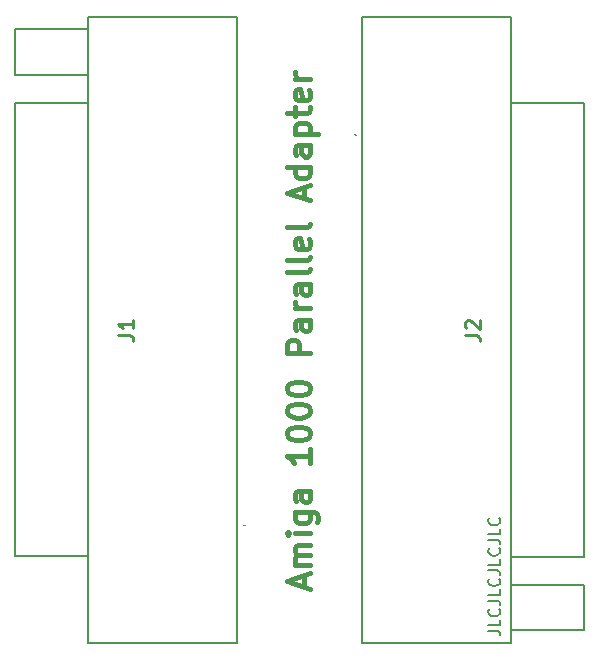
<source format=gbr>
%TF.GenerationSoftware,KiCad,Pcbnew,(5.1.6)-1*%
%TF.CreationDate,2022-02-09T07:41:59-05:00*%
%TF.ProjectId,A1000_Parallel,41313030-305f-4506-9172-616c6c656c2e,rev?*%
%TF.SameCoordinates,Original*%
%TF.FileFunction,Legend,Top*%
%TF.FilePolarity,Positive*%
%FSLAX46Y46*%
G04 Gerber Fmt 4.6, Leading zero omitted, Abs format (unit mm)*
G04 Created by KiCad (PCBNEW (5.1.6)-1) date 2022-02-09 07:41:59*
%MOMM*%
%LPD*%
G01*
G04 APERTURE LIST*
%ADD10C,0.400000*%
%ADD11C,0.150000*%
%ADD12C,0.100000*%
%ADD13C,0.200000*%
%ADD14C,0.254000*%
G04 APERTURE END LIST*
D10*
X124539333Y-117678666D02*
X124539333Y-116726285D01*
X125110761Y-117869142D02*
X123110761Y-117202476D01*
X125110761Y-116535809D01*
X125110761Y-115869142D02*
X123777428Y-115869142D01*
X123967904Y-115869142D02*
X123872666Y-115773904D01*
X123777428Y-115583428D01*
X123777428Y-115297714D01*
X123872666Y-115107238D01*
X124063142Y-115012000D01*
X125110761Y-115012000D01*
X124063142Y-115012000D02*
X123872666Y-114916761D01*
X123777428Y-114726285D01*
X123777428Y-114440571D01*
X123872666Y-114250095D01*
X124063142Y-114154857D01*
X125110761Y-114154857D01*
X125110761Y-113202476D02*
X123777428Y-113202476D01*
X123110761Y-113202476D02*
X123206000Y-113297714D01*
X123301238Y-113202476D01*
X123206000Y-113107238D01*
X123110761Y-113202476D01*
X123301238Y-113202476D01*
X123777428Y-111392952D02*
X125396476Y-111392952D01*
X125586952Y-111488190D01*
X125682190Y-111583428D01*
X125777428Y-111773904D01*
X125777428Y-112059619D01*
X125682190Y-112250095D01*
X125015523Y-111392952D02*
X125110761Y-111583428D01*
X125110761Y-111964380D01*
X125015523Y-112154857D01*
X124920285Y-112250095D01*
X124729809Y-112345333D01*
X124158380Y-112345333D01*
X123967904Y-112250095D01*
X123872666Y-112154857D01*
X123777428Y-111964380D01*
X123777428Y-111583428D01*
X123872666Y-111392952D01*
X125110761Y-109583428D02*
X124063142Y-109583428D01*
X123872666Y-109678666D01*
X123777428Y-109869142D01*
X123777428Y-110250095D01*
X123872666Y-110440571D01*
X125015523Y-109583428D02*
X125110761Y-109773904D01*
X125110761Y-110250095D01*
X125015523Y-110440571D01*
X124825047Y-110535809D01*
X124634571Y-110535809D01*
X124444095Y-110440571D01*
X124348857Y-110250095D01*
X124348857Y-109773904D01*
X124253619Y-109583428D01*
X125110761Y-106059619D02*
X125110761Y-107202476D01*
X125110761Y-106631047D02*
X123110761Y-106631047D01*
X123396476Y-106821523D01*
X123586952Y-107012000D01*
X123682190Y-107202476D01*
X123110761Y-104821523D02*
X123110761Y-104631047D01*
X123206000Y-104440571D01*
X123301238Y-104345333D01*
X123491714Y-104250095D01*
X123872666Y-104154857D01*
X124348857Y-104154857D01*
X124729809Y-104250095D01*
X124920285Y-104345333D01*
X125015523Y-104440571D01*
X125110761Y-104631047D01*
X125110761Y-104821523D01*
X125015523Y-105012000D01*
X124920285Y-105107238D01*
X124729809Y-105202476D01*
X124348857Y-105297714D01*
X123872666Y-105297714D01*
X123491714Y-105202476D01*
X123301238Y-105107238D01*
X123206000Y-105012000D01*
X123110761Y-104821523D01*
X123110761Y-102916761D02*
X123110761Y-102726285D01*
X123206000Y-102535809D01*
X123301238Y-102440571D01*
X123491714Y-102345333D01*
X123872666Y-102250095D01*
X124348857Y-102250095D01*
X124729809Y-102345333D01*
X124920285Y-102440571D01*
X125015523Y-102535809D01*
X125110761Y-102726285D01*
X125110761Y-102916761D01*
X125015523Y-103107238D01*
X124920285Y-103202476D01*
X124729809Y-103297714D01*
X124348857Y-103392952D01*
X123872666Y-103392952D01*
X123491714Y-103297714D01*
X123301238Y-103202476D01*
X123206000Y-103107238D01*
X123110761Y-102916761D01*
X123110761Y-101012000D02*
X123110761Y-100821523D01*
X123206000Y-100631047D01*
X123301238Y-100535809D01*
X123491714Y-100440571D01*
X123872666Y-100345333D01*
X124348857Y-100345333D01*
X124729809Y-100440571D01*
X124920285Y-100535809D01*
X125015523Y-100631047D01*
X125110761Y-100821523D01*
X125110761Y-101012000D01*
X125015523Y-101202476D01*
X124920285Y-101297714D01*
X124729809Y-101392952D01*
X124348857Y-101488190D01*
X123872666Y-101488190D01*
X123491714Y-101392952D01*
X123301238Y-101297714D01*
X123206000Y-101202476D01*
X123110761Y-101012000D01*
X125110761Y-97964380D02*
X123110761Y-97964380D01*
X123110761Y-97202476D01*
X123206000Y-97012000D01*
X123301238Y-96916761D01*
X123491714Y-96821523D01*
X123777428Y-96821523D01*
X123967904Y-96916761D01*
X124063142Y-97012000D01*
X124158380Y-97202476D01*
X124158380Y-97964380D01*
X125110761Y-95107238D02*
X124063142Y-95107238D01*
X123872666Y-95202476D01*
X123777428Y-95392952D01*
X123777428Y-95773904D01*
X123872666Y-95964380D01*
X125015523Y-95107238D02*
X125110761Y-95297714D01*
X125110761Y-95773904D01*
X125015523Y-95964380D01*
X124825047Y-96059619D01*
X124634571Y-96059619D01*
X124444095Y-95964380D01*
X124348857Y-95773904D01*
X124348857Y-95297714D01*
X124253619Y-95107238D01*
X125110761Y-94154857D02*
X123777428Y-94154857D01*
X124158380Y-94154857D02*
X123967904Y-94059619D01*
X123872666Y-93964380D01*
X123777428Y-93773904D01*
X123777428Y-93583428D01*
X125110761Y-92059619D02*
X124063142Y-92059619D01*
X123872666Y-92154857D01*
X123777428Y-92345333D01*
X123777428Y-92726285D01*
X123872666Y-92916761D01*
X125015523Y-92059619D02*
X125110761Y-92250095D01*
X125110761Y-92726285D01*
X125015523Y-92916761D01*
X124825047Y-93012000D01*
X124634571Y-93012000D01*
X124444095Y-92916761D01*
X124348857Y-92726285D01*
X124348857Y-92250095D01*
X124253619Y-92059619D01*
X125110761Y-90821523D02*
X125015523Y-91012000D01*
X124825047Y-91107238D01*
X123110761Y-91107238D01*
X125110761Y-89773904D02*
X125015523Y-89964380D01*
X124825047Y-90059619D01*
X123110761Y-90059619D01*
X125015523Y-88250095D02*
X125110761Y-88440571D01*
X125110761Y-88821523D01*
X125015523Y-89012000D01*
X124825047Y-89107238D01*
X124063142Y-89107238D01*
X123872666Y-89012000D01*
X123777428Y-88821523D01*
X123777428Y-88440571D01*
X123872666Y-88250095D01*
X124063142Y-88154857D01*
X124253619Y-88154857D01*
X124444095Y-89107238D01*
X125110761Y-87012000D02*
X125015523Y-87202476D01*
X124825047Y-87297714D01*
X123110761Y-87297714D01*
X124539333Y-84821523D02*
X124539333Y-83869142D01*
X125110761Y-85012000D02*
X123110761Y-84345333D01*
X125110761Y-83678666D01*
X125110761Y-82154857D02*
X123110761Y-82154857D01*
X125015523Y-82154857D02*
X125110761Y-82345333D01*
X125110761Y-82726285D01*
X125015523Y-82916761D01*
X124920285Y-83012000D01*
X124729809Y-83107238D01*
X124158380Y-83107238D01*
X123967904Y-83012000D01*
X123872666Y-82916761D01*
X123777428Y-82726285D01*
X123777428Y-82345333D01*
X123872666Y-82154857D01*
X125110761Y-80345333D02*
X124063142Y-80345333D01*
X123872666Y-80440571D01*
X123777428Y-80631047D01*
X123777428Y-81012000D01*
X123872666Y-81202476D01*
X125015523Y-80345333D02*
X125110761Y-80535809D01*
X125110761Y-81012000D01*
X125015523Y-81202476D01*
X124825047Y-81297714D01*
X124634571Y-81297714D01*
X124444095Y-81202476D01*
X124348857Y-81012000D01*
X124348857Y-80535809D01*
X124253619Y-80345333D01*
X123777428Y-79392952D02*
X125777428Y-79392952D01*
X123872666Y-79392952D02*
X123777428Y-79202476D01*
X123777428Y-78821523D01*
X123872666Y-78631047D01*
X123967904Y-78535809D01*
X124158380Y-78440571D01*
X124729809Y-78440571D01*
X124920285Y-78535809D01*
X125015523Y-78631047D01*
X125110761Y-78821523D01*
X125110761Y-79202476D01*
X125015523Y-79392952D01*
X123777428Y-77869142D02*
X123777428Y-77107238D01*
X123110761Y-77583428D02*
X124825047Y-77583428D01*
X125015523Y-77488190D01*
X125110761Y-77297714D01*
X125110761Y-77107238D01*
X125015523Y-75678666D02*
X125110761Y-75869142D01*
X125110761Y-76250095D01*
X125015523Y-76440571D01*
X124825047Y-76535809D01*
X124063142Y-76535809D01*
X123872666Y-76440571D01*
X123777428Y-76250095D01*
X123777428Y-75869142D01*
X123872666Y-75678666D01*
X124063142Y-75583428D01*
X124253619Y-75583428D01*
X124444095Y-76535809D01*
X125110761Y-74726285D02*
X123777428Y-74726285D01*
X124158380Y-74726285D02*
X123967904Y-74631047D01*
X123872666Y-74535809D01*
X123777428Y-74345333D01*
X123777428Y-74154857D01*
D11*
X140168380Y-121459047D02*
X140882666Y-121459047D01*
X141025523Y-121506666D01*
X141120761Y-121601904D01*
X141168380Y-121744761D01*
X141168380Y-121840000D01*
X141168380Y-120506666D02*
X141168380Y-120982857D01*
X140168380Y-120982857D01*
X141073142Y-119601904D02*
X141120761Y-119649523D01*
X141168380Y-119792380D01*
X141168380Y-119887619D01*
X141120761Y-120030476D01*
X141025523Y-120125714D01*
X140930285Y-120173333D01*
X140739809Y-120220952D01*
X140596952Y-120220952D01*
X140406476Y-120173333D01*
X140311238Y-120125714D01*
X140216000Y-120030476D01*
X140168380Y-119887619D01*
X140168380Y-119792380D01*
X140216000Y-119649523D01*
X140263619Y-119601904D01*
X140168380Y-118887619D02*
X140882666Y-118887619D01*
X141025523Y-118935238D01*
X141120761Y-119030476D01*
X141168380Y-119173333D01*
X141168380Y-119268571D01*
X141168380Y-117935238D02*
X141168380Y-118411428D01*
X140168380Y-118411428D01*
X141073142Y-117030476D02*
X141120761Y-117078095D01*
X141168380Y-117220952D01*
X141168380Y-117316190D01*
X141120761Y-117459047D01*
X141025523Y-117554285D01*
X140930285Y-117601904D01*
X140739809Y-117649523D01*
X140596952Y-117649523D01*
X140406476Y-117601904D01*
X140311238Y-117554285D01*
X140216000Y-117459047D01*
X140168380Y-117316190D01*
X140168380Y-117220952D01*
X140216000Y-117078095D01*
X140263619Y-117030476D01*
X140168380Y-116316190D02*
X140882666Y-116316190D01*
X141025523Y-116363809D01*
X141120761Y-116459047D01*
X141168380Y-116601904D01*
X141168380Y-116697142D01*
X141168380Y-115363809D02*
X141168380Y-115840000D01*
X140168380Y-115840000D01*
X141073142Y-114459047D02*
X141120761Y-114506666D01*
X141168380Y-114649523D01*
X141168380Y-114744761D01*
X141120761Y-114887619D01*
X141025523Y-114982857D01*
X140930285Y-115030476D01*
X140739809Y-115078095D01*
X140596952Y-115078095D01*
X140406476Y-115030476D01*
X140311238Y-114982857D01*
X140216000Y-114887619D01*
X140168380Y-114744761D01*
X140168380Y-114649523D01*
X140216000Y-114506666D01*
X140263619Y-114459047D01*
X140168380Y-113744761D02*
X140882666Y-113744761D01*
X141025523Y-113792380D01*
X141120761Y-113887619D01*
X141168380Y-114030476D01*
X141168380Y-114125714D01*
X141168380Y-112792380D02*
X141168380Y-113268571D01*
X140168380Y-113268571D01*
X141073142Y-111887619D02*
X141120761Y-111935238D01*
X141168380Y-112078095D01*
X141168380Y-112173333D01*
X141120761Y-112316190D01*
X141025523Y-112411428D01*
X140930285Y-112459047D01*
X140739809Y-112506666D01*
X140596952Y-112506666D01*
X140406476Y-112459047D01*
X140311238Y-112411428D01*
X140216000Y-112316190D01*
X140168380Y-112173333D01*
X140168380Y-112078095D01*
X140216000Y-111935238D01*
X140263619Y-111887619D01*
D12*
%TO.C,J1*%
X119552080Y-112506760D02*
X119552080Y-112506760D01*
X119452080Y-112506760D02*
X119452080Y-112506760D01*
D13*
X100133080Y-115148760D02*
X106305080Y-115148760D01*
X100133080Y-76768760D02*
X100133080Y-115148760D01*
X106305080Y-76768760D02*
X100133080Y-76768760D01*
X100133080Y-74368760D02*
X106305080Y-74368760D01*
X100133080Y-70532760D02*
X100133080Y-74368760D01*
X106305080Y-70532760D02*
X100133080Y-70532760D01*
X118929080Y-69452760D02*
X106305080Y-69452760D01*
X118929080Y-122488760D02*
X118929080Y-69452760D01*
X106305080Y-122488760D02*
X118929080Y-122488760D01*
X106305080Y-69452760D02*
X106305080Y-122488760D01*
D12*
X119552080Y-112506760D02*
G75*
G02*
X119452080Y-112506760I-50000J0D01*
G01*
X119452080Y-112506760D02*
G75*
G02*
X119552080Y-112506760I50000J0D01*
G01*
D13*
%TO.C,J2*%
X142099300Y-122484680D02*
X142099300Y-69448680D01*
X142099300Y-69448680D02*
X129475300Y-69448680D01*
X129475300Y-69448680D02*
X129475300Y-122484680D01*
X129475300Y-122484680D02*
X142099300Y-122484680D01*
X142099300Y-121404680D02*
X148271300Y-121404680D01*
X148271300Y-121404680D02*
X148271300Y-117568680D01*
X148271300Y-117568680D02*
X142099300Y-117568680D01*
X142099300Y-115168680D02*
X148271300Y-115168680D01*
X148271300Y-115168680D02*
X148271300Y-76788680D01*
X148271300Y-76788680D02*
X142099300Y-76788680D01*
D12*
X128952300Y-79430680D02*
X128952300Y-79430680D01*
X128852300Y-79430680D02*
X128852300Y-79430680D01*
X128952300Y-79430680D02*
G75*
G02*
X128852300Y-79430680I-50000J0D01*
G01*
X128852300Y-79430680D02*
G75*
G02*
X128952300Y-79430680I50000J0D01*
G01*
%TO.C,J1*%
D14*
X108835603Y-96394093D02*
X109742746Y-96394093D01*
X109924175Y-96454569D01*
X110045127Y-96575521D01*
X110105603Y-96756950D01*
X110105603Y-96877902D01*
X110105603Y-95124093D02*
X110105603Y-95849807D01*
X110105603Y-95486950D02*
X108835603Y-95486950D01*
X109017032Y-95607902D01*
X109137984Y-95728855D01*
X109198460Y-95849807D01*
%TO.C,J2*%
X138177823Y-96390013D02*
X139084966Y-96390013D01*
X139266395Y-96450489D01*
X139387347Y-96571441D01*
X139447823Y-96752870D01*
X139447823Y-96873822D01*
X138298776Y-95845727D02*
X138238300Y-95785251D01*
X138177823Y-95664299D01*
X138177823Y-95361918D01*
X138238300Y-95240965D01*
X138298776Y-95180489D01*
X138419728Y-95120013D01*
X138540680Y-95120013D01*
X138722109Y-95180489D01*
X139447823Y-95906203D01*
X139447823Y-95120013D01*
%TD*%
M02*

</source>
